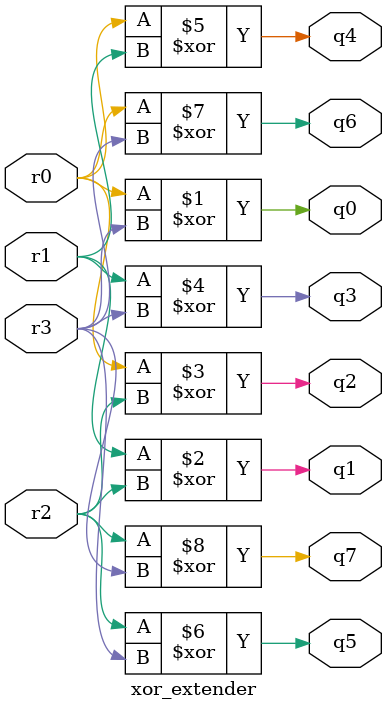
<source format=sv>
module xor_extender (
    input logic r0, r1, r2, r3,
    output logic q0, q1, q2, q3, q4, q5, q6, q7
);
    
assign q0 = r0 ^ r3;
assign q1 = r1 ^ r2;
assign q2 = r0 ^ r2;
assign q3 = r1 ^ r3;
assign q4 = r0 ^ r1;
assign q5 = r2 ^ r3;
assign q6 = r0 ^ r3;
assign q7 = r2 ^ r3;
        
endmodule
</source>
